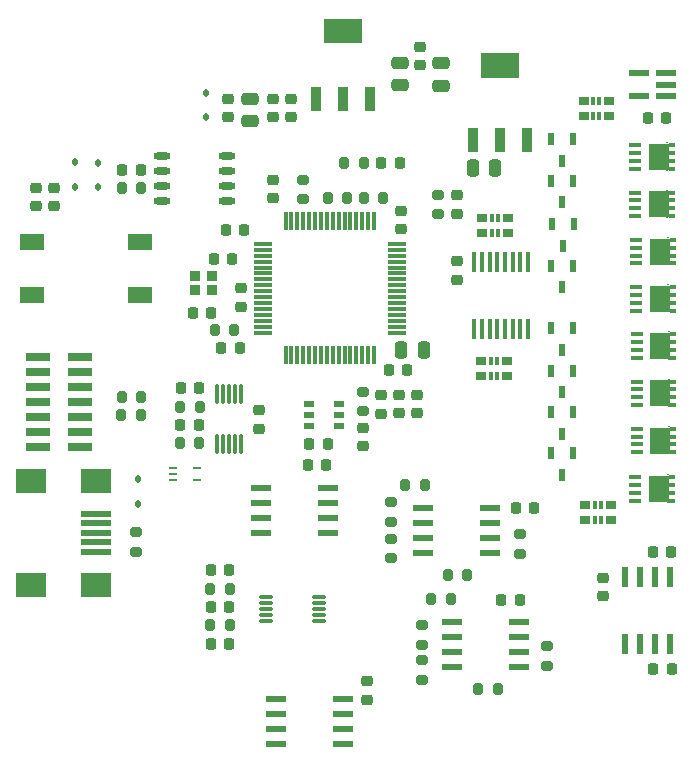
<source format=gbr>
%TF.GenerationSoftware,KiCad,Pcbnew,9.0.6*%
%TF.CreationDate,2026-02-16T15:04:55+01:00*%
%TF.ProjectId,WaterSensor,57617465-7253-4656-9e73-6f722e6b6963,rev?*%
%TF.SameCoordinates,Original*%
%TF.FileFunction,Paste,Top*%
%TF.FilePolarity,Positive*%
%FSLAX46Y46*%
G04 Gerber Fmt 4.6, Leading zero omitted, Abs format (unit mm)*
G04 Created by KiCad (PCBNEW 9.0.6) date 2026-02-16 15:04:55*
%MOMM*%
%LPD*%
G01*
G04 APERTURE LIST*
G04 Aperture macros list*
%AMRoundRect*
0 Rectangle with rounded corners*
0 $1 Rounding radius*
0 $2 $3 $4 $5 $6 $7 $8 $9 X,Y pos of 4 corners*
0 Add a 4 corners polygon primitive as box body*
4,1,4,$2,$3,$4,$5,$6,$7,$8,$9,$2,$3,0*
0 Add four circle primitives for the rounded corners*
1,1,$1+$1,$2,$3*
1,1,$1+$1,$4,$5*
1,1,$1+$1,$6,$7*
1,1,$1+$1,$8,$9*
0 Add four rect primitives between the rounded corners*
20,1,$1+$1,$2,$3,$4,$5,0*
20,1,$1+$1,$4,$5,$6,$7,0*
20,1,$1+$1,$6,$7,$8,$9,0*
20,1,$1+$1,$8,$9,$2,$3,0*%
G04 Aperture macros list end*
%ADD10C,0.000000*%
%ADD11R,2.050000X0.760000*%
%ADD12R,0.950000X2.150000*%
%ADD13R,3.250000X2.150000*%
%ADD14R,0.508000X1.117600*%
%ADD15RoundRect,0.250000X0.250000X0.475000X-0.250000X0.475000X-0.250000X-0.475000X0.250000X-0.475000X0*%
%ADD16RoundRect,0.200000X0.275000X-0.200000X0.275000X0.200000X-0.275000X0.200000X-0.275000X-0.200000X0*%
%ADD17RoundRect,0.250000X-0.475000X0.250000X-0.475000X-0.250000X0.475000X-0.250000X0.475000X0.250000X0*%
%ADD18R,0.952500X0.558800*%
%ADD19RoundRect,0.225000X0.225000X0.250000X-0.225000X0.250000X-0.225000X-0.250000X0.225000X-0.250000X0*%
%ADD20R,1.725000X2.235000*%
%ADD21R,0.250000X0.077000*%
%ADD22R,0.250000X0.075000*%
%ADD23R,0.510000X0.405000*%
%ADD24R,0.990000X0.405000*%
%ADD25RoundRect,0.200000X0.200000X0.275000X-0.200000X0.275000X-0.200000X-0.275000X0.200000X-0.275000X0*%
%ADD26R,2.500000X0.500000*%
%ADD27R,2.500000X2.000000*%
%ADD28RoundRect,0.200000X-0.200000X-0.275000X0.200000X-0.275000X0.200000X0.275000X-0.200000X0.275000X0*%
%ADD29R,0.965200X0.736600*%
%ADD30R,0.355600X0.736600*%
%ADD31RoundRect,0.218750X0.256250X-0.218750X0.256250X0.218750X-0.256250X0.218750X-0.256250X-0.218750X0*%
%ADD32RoundRect,0.225000X-0.225000X-0.250000X0.225000X-0.250000X0.225000X0.250000X-0.225000X0.250000X0*%
%ADD33RoundRect,0.087500X0.087500X-0.725000X0.087500X0.725000X-0.087500X0.725000X-0.087500X-0.725000X0*%
%ADD34RoundRect,0.225000X-0.250000X0.225000X-0.250000X-0.225000X0.250000X-0.225000X0.250000X0.225000X0*%
%ADD35RoundRect,0.225000X0.250000X-0.225000X0.250000X0.225000X-0.250000X0.225000X-0.250000X-0.225000X0*%
%ADD36RoundRect,0.218750X0.218750X0.256250X-0.218750X0.256250X-0.218750X-0.256250X0.218750X-0.256250X0*%
%ADD37RoundRect,0.112500X0.112500X-0.187500X0.112500X0.187500X-0.112500X0.187500X-0.112500X-0.187500X0*%
%ADD38RoundRect,0.250000X0.475000X-0.250000X0.475000X0.250000X-0.475000X0.250000X-0.475000X-0.250000X0*%
%ADD39R,1.663700X0.558800*%
%ADD40RoundRect,0.200000X-0.275000X0.200000X-0.275000X-0.200000X0.275000X-0.200000X0.275000X0.200000X0*%
%ADD41R,0.950000X0.850000*%
%ADD42R,0.558800X1.663700*%
%ADD43R,0.914400X2.108200*%
%ADD44RoundRect,0.075000X-0.700000X-0.075000X0.700000X-0.075000X0.700000X0.075000X-0.700000X0.075000X0*%
%ADD45RoundRect,0.075000X-0.075000X-0.700000X0.075000X-0.700000X0.075000X0.700000X-0.075000X0.700000X0*%
%ADD46RoundRect,0.112500X-0.112500X0.187500X-0.112500X-0.187500X0.112500X-0.187500X0.112500X0.187500X0*%
%ADD47R,0.762000X0.254000*%
%ADD48R,0.355600X1.676400*%
%ADD49O,1.350000X0.299999*%
%ADD50R,2.100000X1.400000*%
%ADD51R,1.805236X0.612132*%
%ADD52RoundRect,0.250000X-0.250000X-0.475000X0.250000X-0.475000X0.250000X0.475000X-0.250000X0.475000X0*%
%ADD53O,1.450000X0.599999*%
%ADD54RoundRect,0.218750X-0.256250X0.218750X-0.256250X-0.218750X0.256250X-0.218750X0.256250X0.218750X0*%
G04 APERTURE END LIST*
D10*
%TO.C,U4*%
G36*
X148310200Y-89174500D02*
G01*
X145109800Y-89174500D01*
X145109800Y-87066300D01*
X148310200Y-87066300D01*
X148310200Y-89174500D01*
G37*
%TD*%
D11*
%TO.C,J1*%
X111145000Y-112780000D03*
X107595000Y-112780000D03*
X111145000Y-114050000D03*
X107595000Y-114050000D03*
X111145000Y-115320000D03*
X107595000Y-115320000D03*
X111145000Y-116590000D03*
X107595000Y-116590000D03*
X111145000Y-117860000D03*
X107595000Y-117860000D03*
X111145000Y-119130000D03*
X107595000Y-119130000D03*
X111145000Y-120400000D03*
X107595000Y-120400000D03*
%TD*%
D12*
%TO.C,U5*%
X131130000Y-91000000D03*
X133430000Y-91000000D03*
X135730000Y-91000000D03*
D13*
X133430000Y-85200000D03*
%TD*%
D14*
%TO.C,Q4*%
X152917500Y-105085600D03*
X151012500Y-105085600D03*
X151965000Y-106914400D03*
%TD*%
D15*
%TO.C,C7*%
X146300000Y-96830000D03*
X144400000Y-96830000D03*
%TD*%
D16*
%TO.C,RSense1*%
X150700000Y-138965000D03*
X150700000Y-137315000D03*
%TD*%
D17*
%TO.C,C34*%
X125550000Y-90980000D03*
X125550000Y-92880000D03*
%TD*%
D18*
%TO.C,U11*%
X133106350Y-118670001D03*
X133106350Y-117720000D03*
X133106350Y-116769999D03*
X130553650Y-116769999D03*
X130553650Y-117720000D03*
X130553650Y-118670001D03*
%TD*%
D19*
%TO.C,C21*%
X116285000Y-96980000D03*
X114735000Y-96980000D03*
%TD*%
D20*
%TO.C,QM4*%
X160238000Y-107898000D03*
D21*
X160975000Y-106744000D03*
D22*
X160975000Y-109053000D03*
D23*
X161355000Y-106908000D03*
X161355000Y-107568000D03*
X161355000Y-108228000D03*
X161355000Y-108888000D03*
D24*
X158245000Y-108888000D03*
X158245000Y-106908000D03*
X158245000Y-107568000D03*
X158245000Y-108228000D03*
%TD*%
D16*
%TO.C,R5*%
X137510000Y-129845000D03*
X137510000Y-128195000D03*
%TD*%
D25*
%TO.C,R20*%
X116305000Y-117710000D03*
X114655000Y-117710000D03*
%TD*%
D19*
%TO.C,C18*%
X123785000Y-130890000D03*
X122235000Y-130890000D03*
%TD*%
D14*
%TO.C,Q1*%
X152982500Y-101585600D03*
X151077500Y-101585600D03*
X152030000Y-103414400D03*
%TD*%
D20*
%TO.C,QM6*%
X160273000Y-115898000D03*
D21*
X161010000Y-114744000D03*
D22*
X161010000Y-117053000D03*
D23*
X161390000Y-114908000D03*
X161390000Y-115568000D03*
X161390000Y-116228000D03*
X161390000Y-116888000D03*
D24*
X158280000Y-116888000D03*
X158280000Y-114908000D03*
X158280000Y-115568000D03*
X158280000Y-116228000D03*
%TD*%
D26*
%TO.C,J6*%
X112525000Y-126100000D03*
X112525000Y-126900000D03*
X112525000Y-127700000D03*
X112525000Y-128500000D03*
X112525000Y-129300000D03*
D27*
X112525000Y-123300000D03*
X107025000Y-123300000D03*
X112525000Y-132100000D03*
X107025000Y-132100000D03*
%TD*%
D16*
%TO.C,R25*%
X130050000Y-99455000D03*
X130050000Y-97805000D03*
%TD*%
D28*
%TO.C,R3*%
X140905000Y-133350000D03*
X142555000Y-133350000D03*
%TD*%
D29*
%TO.C,R16*%
X153785500Y-92400000D03*
D30*
X154615000Y-92400000D03*
X155115000Y-92400000D03*
D29*
X155944500Y-92400000D03*
X155944500Y-91130000D03*
D30*
X155115000Y-91130000D03*
X154615000Y-91130000D03*
D29*
X153785500Y-91130000D03*
%TD*%
D31*
%TO.C,FB3*%
X123650000Y-92537500D03*
X123650000Y-90962500D03*
%TD*%
D28*
%TO.C,R22*%
X119615000Y-120130000D03*
X121265000Y-120130000D03*
%TD*%
D32*
%TO.C,C30*%
X159695000Y-139210000D03*
X161245000Y-139210000D03*
%TD*%
D33*
%TO.C,U10*%
X122770000Y-120212500D03*
X123270000Y-120212500D03*
X123770000Y-120212500D03*
X124270000Y-120212500D03*
X124770000Y-120212500D03*
X124770000Y-115987500D03*
X124270000Y-115987500D03*
X123770000Y-115987500D03*
X123270000Y-115987500D03*
X122770000Y-115987500D03*
%TD*%
D34*
%TO.C,C4*%
X129040000Y-90985000D03*
X129040000Y-92535000D03*
%TD*%
D28*
%TO.C,R10*%
X122175000Y-135500000D03*
X123825000Y-135500000D03*
%TD*%
D19*
%TO.C,C25*%
X131975000Y-121995000D03*
X130425000Y-121995000D03*
%TD*%
D34*
%TO.C,C9*%
X126270000Y-117325000D03*
X126270000Y-118875000D03*
%TD*%
D28*
%TO.C,R7*%
X138675000Y-123640000D03*
X140325000Y-123640000D03*
%TD*%
D16*
%TO.C,R27*%
X115925000Y-129325000D03*
X115925000Y-127675000D03*
%TD*%
D35*
%TO.C,C13*%
X138300000Y-101975000D03*
X138300000Y-100425000D03*
%TD*%
D16*
%TO.C,R24*%
X141440000Y-100737500D03*
X141440000Y-99087500D03*
%TD*%
D36*
%TO.C,D6*%
X121250000Y-115440000D03*
X119675000Y-115440000D03*
%TD*%
D14*
%TO.C,Q7*%
X152917500Y-117485600D03*
X151012500Y-117485600D03*
X151965000Y-119314400D03*
%TD*%
D37*
%TO.C,D4*%
X112710000Y-98460000D03*
X112710000Y-96360000D03*
%TD*%
D38*
%TO.C,C6*%
X141680000Y-89840000D03*
X141680000Y-87940000D03*
%TD*%
D34*
%TO.C,C19*%
X108980000Y-98475000D03*
X108980000Y-100025000D03*
%TD*%
D28*
%TO.C,R19*%
X114665000Y-116170000D03*
X116315000Y-116170000D03*
%TD*%
D39*
%TO.C,U8*%
X142674250Y-135235000D03*
X142674250Y-136505000D03*
X142674250Y-137775000D03*
X142674250Y-139045000D03*
X148325750Y-139045000D03*
X148325750Y-137775000D03*
X148325750Y-136505000D03*
X148325750Y-135235000D03*
%TD*%
D19*
%TO.C,C10*%
X125035000Y-102110000D03*
X123485000Y-102110000D03*
%TD*%
D20*
%TO.C,QM5*%
X160273000Y-111898000D03*
D21*
X161010000Y-110744000D03*
D22*
X161010000Y-113053000D03*
D23*
X161390000Y-110908000D03*
X161390000Y-111568000D03*
X161390000Y-112228000D03*
X161390000Y-112888000D03*
D24*
X158280000Y-112888000D03*
X158280000Y-110908000D03*
X158280000Y-111568000D03*
X158280000Y-112228000D03*
%TD*%
D19*
%TO.C,C1*%
X122235000Y-109070000D03*
X120685000Y-109070000D03*
%TD*%
D28*
%TO.C,R9*%
X122185000Y-132430000D03*
X123835000Y-132430000D03*
%TD*%
%TO.C,R11*%
X114675000Y-98530000D03*
X116325000Y-98530000D03*
%TD*%
D34*
%TO.C,C26*%
X155400000Y-131525000D03*
X155400000Y-133075000D03*
%TD*%
D39*
%TO.C,U9*%
X140174250Y-125635000D03*
X140174250Y-126905000D03*
X140174250Y-128175000D03*
X140174250Y-129445000D03*
X145825750Y-129445000D03*
X145825750Y-128175000D03*
X145825750Y-126905000D03*
X145825750Y-125635000D03*
%TD*%
D34*
%TO.C,C17*%
X138170000Y-116024999D03*
X138170000Y-117574999D03*
%TD*%
%TO.C,C3*%
X124810000Y-107015000D03*
X124810000Y-108565000D03*
%TD*%
D14*
%TO.C,Q5*%
X152917500Y-120985600D03*
X151012500Y-120985600D03*
X151965000Y-122814400D03*
%TD*%
D31*
%TO.C,D8*%
X143040000Y-100700000D03*
X143040000Y-99125000D03*
%TD*%
D19*
%TO.C,C24*%
X123775000Y-133970000D03*
X122225000Y-133970000D03*
%TD*%
D35*
%TO.C,C14*%
X127530000Y-99375000D03*
X127530000Y-97825000D03*
%TD*%
D34*
%TO.C,C23*%
X135073650Y-118834999D03*
X135073650Y-120384999D03*
%TD*%
D37*
%TO.C,D1*%
X121839600Y-92539749D03*
X121839600Y-90439749D03*
%TD*%
D16*
%TO.C,RSense2*%
X148400000Y-129490000D03*
X148400000Y-127840000D03*
%TD*%
D32*
%TO.C,C28*%
X148065000Y-125620000D03*
X149615000Y-125620000D03*
%TD*%
D37*
%TO.C,D3*%
X110740000Y-98447500D03*
X110740000Y-96347500D03*
%TD*%
D29*
%TO.C,R13*%
X147279500Y-113165000D03*
D30*
X146450000Y-113165000D03*
X145950000Y-113165000D03*
D29*
X145120500Y-113165000D03*
X145120500Y-114435000D03*
D30*
X145950000Y-114435000D03*
X146450000Y-114435000D03*
D29*
X147279500Y-114435000D03*
%TD*%
D40*
%TO.C,R6*%
X137500000Y-125115000D03*
X137500000Y-126765000D03*
%TD*%
D14*
%TO.C,Q8*%
X152917500Y-113985600D03*
X151012500Y-113985600D03*
X151965000Y-115814400D03*
%TD*%
D36*
%TO.C,D5*%
X121207500Y-118560000D03*
X119632500Y-118560000D03*
%TD*%
D39*
%TO.C,U3*%
X126474250Y-123890000D03*
X126474250Y-125160000D03*
X126474250Y-126430000D03*
X126474250Y-127700000D03*
X132125750Y-127700000D03*
X132125750Y-126430000D03*
X132125750Y-125160000D03*
X132125750Y-123890000D03*
%TD*%
D28*
%TO.C,R18*%
X132145000Y-99400000D03*
X133795000Y-99400000D03*
%TD*%
D19*
%TO.C,C27*%
X148385000Y-133410000D03*
X146835000Y-133410000D03*
%TD*%
D32*
%TO.C,C11*%
X137305000Y-113960000D03*
X138855000Y-113960000D03*
%TD*%
D25*
%TO.C,R4*%
X146525000Y-140940000D03*
X144875000Y-140940000D03*
%TD*%
D40*
%TO.C,R12*%
X135083650Y-115764999D03*
X135083650Y-117414999D03*
%TD*%
D35*
%TO.C,C33*%
X135470000Y-141835000D03*
X135470000Y-140285000D03*
%TD*%
D20*
%TO.C,QM7*%
X160273000Y-119898000D03*
D21*
X161010000Y-118744000D03*
D22*
X161010000Y-121053000D03*
D23*
X161390000Y-118908000D03*
X161390000Y-119568000D03*
X161390000Y-120228000D03*
X161390000Y-120888000D03*
D24*
X158280000Y-120888000D03*
X158280000Y-118908000D03*
X158280000Y-119568000D03*
X158280000Y-120228000D03*
%TD*%
D40*
%TO.C,R1*%
X140100000Y-135515000D03*
X140100000Y-137165000D03*
%TD*%
D34*
%TO.C,C20*%
X107450000Y-98475000D03*
X107450000Y-100025000D03*
%TD*%
D14*
%TO.C,Q2*%
X152917500Y-97900000D03*
X151012500Y-97900000D03*
X151965000Y-99728800D03*
%TD*%
D20*
%TO.C,QM2*%
X160138000Y-99898000D03*
D21*
X160875000Y-98744000D03*
D22*
X160875000Y-101053000D03*
D23*
X161255000Y-98908000D03*
X161255000Y-99568000D03*
X161255000Y-100228000D03*
X161255000Y-100888000D03*
D24*
X158145000Y-100888000D03*
X158145000Y-98908000D03*
X158145000Y-99568000D03*
X158145000Y-100228000D03*
%TD*%
D28*
%TO.C,R21*%
X133535000Y-96420000D03*
X135185000Y-96420000D03*
%TD*%
D19*
%TO.C,C31*%
X161175000Y-129300000D03*
X159625000Y-129300000D03*
%TD*%
D25*
%TO.C,R8*%
X143925000Y-131320000D03*
X142275000Y-131320000D03*
%TD*%
D19*
%TO.C,C12*%
X124655000Y-112020000D03*
X123105000Y-112020000D03*
%TD*%
D20*
%TO.C,QM1*%
X160238000Y-103898000D03*
D21*
X160975000Y-102744000D03*
D22*
X160975000Y-105053000D03*
D23*
X161355000Y-102908000D03*
X161355000Y-103568000D03*
X161355000Y-104228000D03*
X161355000Y-104888000D03*
D24*
X158245000Y-104888000D03*
X158245000Y-102908000D03*
X158245000Y-103568000D03*
X158245000Y-104228000D03*
%TD*%
D20*
%TO.C,QM3*%
X160138000Y-95898000D03*
D21*
X160875000Y-94744000D03*
D22*
X160875000Y-97053000D03*
D23*
X161255000Y-94908000D03*
X161255000Y-95568000D03*
X161255000Y-96228000D03*
X161255000Y-96888000D03*
D24*
X158145000Y-96888000D03*
X158145000Y-94908000D03*
X158145000Y-95568000D03*
X158145000Y-96228000D03*
%TD*%
D39*
%TO.C,U2*%
X127724250Y-141815000D03*
X127724250Y-143085000D03*
X127724250Y-144355000D03*
X127724250Y-145625000D03*
X133375750Y-145625000D03*
X133375750Y-144355000D03*
X133375750Y-143085000D03*
X133375750Y-141815000D03*
%TD*%
D41*
%TO.C,XTAL1*%
X122360000Y-105970000D03*
X120910000Y-105970000D03*
X120910000Y-107120000D03*
X122360000Y-107120000D03*
%TD*%
D19*
%TO.C,C32*%
X160775000Y-92600000D03*
X159225000Y-92600000D03*
%TD*%
D42*
%TO.C,U14*%
X157295000Y-137125750D03*
X158565000Y-137125750D03*
X159835000Y-137125750D03*
X161105000Y-137125750D03*
X161105000Y-131474250D03*
X159835000Y-131474250D03*
X158565000Y-131474250D03*
X157295000Y-131474250D03*
%TD*%
D36*
%TO.C,D7*%
X138237500Y-96390000D03*
X136662500Y-96390000D03*
%TD*%
D14*
%TO.C,Q3*%
X152917500Y-94385600D03*
X151012500Y-94385600D03*
X151965000Y-96214400D03*
%TD*%
D29*
%TO.C,R15*%
X145220500Y-102335000D03*
D30*
X146050000Y-102335000D03*
X146550000Y-102335000D03*
D29*
X147379500Y-102335000D03*
X147379500Y-101065000D03*
D30*
X146550000Y-101065000D03*
X146050000Y-101065000D03*
D29*
X145220500Y-101065000D03*
%TD*%
D34*
%TO.C,C35*%
X127530000Y-90985000D03*
X127530000Y-92535000D03*
%TD*%
D43*
%TO.C,U4*%
X144410000Y-94419600D03*
X146710000Y-94419600D03*
X149010000Y-94419600D03*
%TD*%
D44*
%TO.C,U1*%
X126625000Y-103250000D03*
X126625000Y-103750000D03*
X126625000Y-104250000D03*
X126625000Y-104750000D03*
X126625000Y-105250000D03*
X126625000Y-105750000D03*
X126625000Y-106250000D03*
X126625000Y-106750000D03*
X126625000Y-107250000D03*
X126625000Y-107750000D03*
X126625000Y-108250000D03*
X126625000Y-108750000D03*
X126625000Y-109250000D03*
X126625000Y-109750000D03*
X126625000Y-110250000D03*
X126625000Y-110750000D03*
D45*
X128550000Y-112675000D03*
X129050000Y-112675000D03*
X129550000Y-112675000D03*
X130050000Y-112675000D03*
X130550000Y-112675000D03*
X131050000Y-112675000D03*
X131550000Y-112675000D03*
X132050000Y-112675000D03*
X132550000Y-112675000D03*
X133050000Y-112675000D03*
X133550000Y-112675000D03*
X134050000Y-112675000D03*
X134550000Y-112675000D03*
X135050000Y-112675000D03*
X135550000Y-112675000D03*
X136050000Y-112675000D03*
D44*
X137975000Y-110750000D03*
X137975000Y-110250000D03*
X137975000Y-109750000D03*
X137975000Y-109250000D03*
X137975000Y-108750000D03*
X137975000Y-108250000D03*
X137975000Y-107750000D03*
X137975000Y-107250000D03*
X137975000Y-106750000D03*
X137975000Y-106250000D03*
X137975000Y-105750000D03*
X137975000Y-105250000D03*
X137975000Y-104750000D03*
X137975000Y-104250000D03*
X137975000Y-103750000D03*
X137975000Y-103250000D03*
D45*
X136050000Y-101325000D03*
X135550000Y-101325000D03*
X135050000Y-101325000D03*
X134550000Y-101325000D03*
X134050000Y-101325000D03*
X133550000Y-101325000D03*
X133050000Y-101325000D03*
X132550000Y-101325000D03*
X132050000Y-101325000D03*
X131550000Y-101325000D03*
X131050000Y-101325000D03*
X130550000Y-101325000D03*
X130050000Y-101325000D03*
X129550000Y-101325000D03*
X129050000Y-101325000D03*
X128550000Y-101325000D03*
%TD*%
D34*
%TO.C,C16*%
X136670000Y-116075000D03*
X136670000Y-117625000D03*
%TD*%
D19*
%TO.C,C2*%
X124055000Y-104550000D03*
X122505000Y-104550000D03*
%TD*%
D28*
%TO.C,R23*%
X119645000Y-117030000D03*
X121295000Y-117030000D03*
%TD*%
D25*
%TO.C,R26*%
X124225000Y-110540000D03*
X122575000Y-110540000D03*
%TD*%
D46*
%TO.C,D2*%
X116025000Y-123150000D03*
X116025000Y-125250000D03*
%TD*%
D16*
%TO.C,R2*%
X140100000Y-140165000D03*
X140100000Y-138515000D03*
%TD*%
D47*
%TO.C,U7*%
X119016300Y-122200001D03*
X119016300Y-122700000D03*
X119016300Y-123199999D03*
X121073700Y-123199999D03*
X121073700Y-122200001D03*
%TD*%
D14*
%TO.C,Q6*%
X152917500Y-110385600D03*
X151012500Y-110385600D03*
X151965000Y-112214400D03*
%TD*%
D38*
%TO.C,C5*%
X138230000Y-89810000D03*
X138230000Y-87910000D03*
%TD*%
D48*
%TO.C,U13*%
X144525001Y-110419400D03*
X145174999Y-110419400D03*
X145825001Y-110419400D03*
X146474999Y-110419400D03*
X147124998Y-110419400D03*
X147774999Y-110419400D03*
X148424998Y-110419400D03*
X149074999Y-110419400D03*
X149074999Y-104780600D03*
X148425001Y-104780600D03*
X147774999Y-104780600D03*
X147125001Y-104780600D03*
X146475002Y-104780600D03*
X145825001Y-104780600D03*
X145175002Y-104780600D03*
X144525001Y-104780600D03*
%TD*%
D32*
%TO.C,C8*%
X122225000Y-137100000D03*
X123775000Y-137100000D03*
%TD*%
%TO.C,C22*%
X130565000Y-120190000D03*
X132115000Y-120190000D03*
%TD*%
D49*
%TO.C,U6*%
X131344999Y-135140001D03*
X131344999Y-134640002D03*
X131344999Y-134140000D03*
X131344999Y-133640001D03*
X131344999Y-133139999D03*
X126894998Y-133139999D03*
X126894998Y-133640001D03*
X126894998Y-134140000D03*
X126894998Y-134640002D03*
X126894998Y-135140001D03*
%TD*%
D20*
%TO.C,QM8*%
X160173000Y-123998000D03*
D21*
X160910000Y-122844000D03*
D22*
X160910000Y-125153000D03*
D23*
X161290000Y-123008000D03*
X161290000Y-123668000D03*
X161290000Y-124328000D03*
X161290000Y-124988000D03*
D24*
X158180000Y-124988000D03*
X158180000Y-123008000D03*
X158180000Y-123668000D03*
X158180000Y-124328000D03*
%TD*%
D50*
%TO.C,SW1*%
X116200000Y-107560000D03*
X116200000Y-103060000D03*
X107100000Y-107560000D03*
X107100000Y-103060000D03*
%TD*%
D34*
%TO.C,C29*%
X143100000Y-104725000D03*
X143100000Y-106275000D03*
%TD*%
D25*
%TO.C,R17*%
X136815000Y-99400000D03*
X135165000Y-99400000D03*
%TD*%
D51*
%TO.C,U15*%
X160800000Y-90700000D03*
X160800000Y-89749999D03*
X160800000Y-88799998D03*
X158499034Y-88799998D03*
X158499034Y-90700000D03*
%TD*%
D52*
%TO.C,C15*%
X138350000Y-112200000D03*
X140250000Y-112200000D03*
%TD*%
D29*
%TO.C,R14*%
X156079500Y-125365000D03*
D30*
X155250000Y-125365000D03*
X154750000Y-125365000D03*
D29*
X153920500Y-125365000D03*
X153920500Y-126635000D03*
D30*
X154750000Y-126635000D03*
X155250000Y-126635000D03*
D29*
X156079500Y-126635000D03*
%TD*%
D53*
%TO.C,U12*%
X123560000Y-99590000D03*
X123560000Y-98320000D03*
X123560000Y-97050000D03*
X123560000Y-95780000D03*
X118110001Y-95780000D03*
X118110001Y-97050000D03*
X118110001Y-98320000D03*
X118110001Y-99590000D03*
%TD*%
D54*
%TO.C,FB1*%
X139950000Y-86532500D03*
X139950000Y-88107500D03*
%TD*%
D31*
%TO.C,FB2*%
X139670000Y-117587499D03*
X139670000Y-116012499D03*
%TD*%
M02*

</source>
